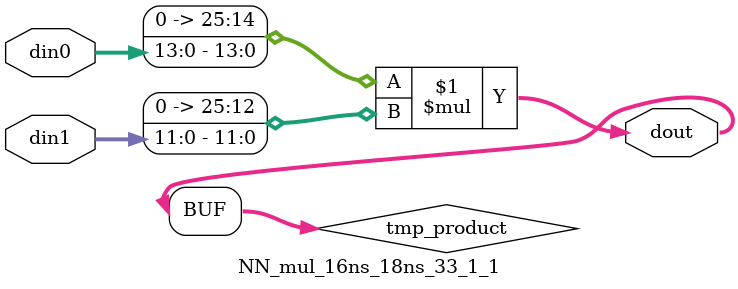
<source format=v>

`timescale 1 ns / 1 ps

 module NN_mul_16ns_18ns_33_1_1(din0, din1, dout);
parameter ID = 1;
parameter NUM_STAGE = 0;
parameter din0_WIDTH = 14;
parameter din1_WIDTH = 12;
parameter dout_WIDTH = 26;

input [din0_WIDTH - 1 : 0] din0; 
input [din1_WIDTH - 1 : 0] din1; 
output [dout_WIDTH - 1 : 0] dout;

wire signed [dout_WIDTH - 1 : 0] tmp_product;
























assign tmp_product = $signed({1'b0, din0}) * $signed({1'b0, din1});











assign dout = tmp_product;





















endmodule

</source>
